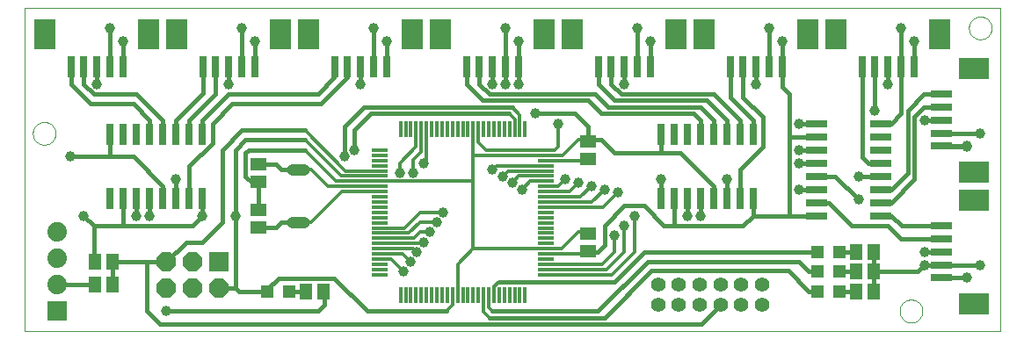
<source format=gtl>
G75*
%MOIN*%
%OFA0B0*%
%FSLAX24Y24*%
%IPPOS*%
%LPD*%
%AMOC8*
5,1,8,0,0,1.08239X$1,22.5*
%
%ADD10C,0.0000*%
%ADD11R,0.0118X0.0591*%
%ADD12R,0.0591X0.0118*%
%ADD13R,0.0512X0.0591*%
%ADD14C,0.0440*%
%ADD15R,0.0591X0.0512*%
%ADD16R,0.0740X0.0740*%
%ADD17C,0.0740*%
%ADD18R,0.0315X0.0787*%
%ADD19R,0.0827X0.1181*%
%ADD20R,0.0787X0.0315*%
%ADD21R,0.1181X0.0827*%
%ADD22R,0.0800X0.0260*%
%ADD23R,0.0260X0.0800*%
%ADD24R,0.0472X0.0472*%
%ADD25OC8,0.0740*%
%ADD26C,0.0554*%
%ADD27C,0.0160*%
%ADD28C,0.0396*%
%ADD29C,0.0120*%
D10*
X000224Y000425D02*
X000224Y012675D01*
X037224Y012675D01*
X037224Y000425D01*
X000224Y000425D01*
X000541Y007925D02*
X000543Y007966D01*
X000549Y008007D01*
X000559Y008047D01*
X000572Y008086D01*
X000589Y008123D01*
X000610Y008159D01*
X000634Y008193D01*
X000661Y008224D01*
X000690Y008252D01*
X000723Y008278D01*
X000757Y008300D01*
X000794Y008319D01*
X000832Y008334D01*
X000872Y008346D01*
X000912Y008354D01*
X000953Y008358D01*
X000995Y008358D01*
X001036Y008354D01*
X001076Y008346D01*
X001116Y008334D01*
X001154Y008319D01*
X001190Y008300D01*
X001225Y008278D01*
X001258Y008252D01*
X001287Y008224D01*
X001314Y008193D01*
X001338Y008159D01*
X001359Y008123D01*
X001376Y008086D01*
X001389Y008047D01*
X001399Y008007D01*
X001405Y007966D01*
X001407Y007925D01*
X001405Y007884D01*
X001399Y007843D01*
X001389Y007803D01*
X001376Y007764D01*
X001359Y007727D01*
X001338Y007691D01*
X001314Y007657D01*
X001287Y007626D01*
X001258Y007598D01*
X001225Y007572D01*
X001191Y007550D01*
X001154Y007531D01*
X001116Y007516D01*
X001076Y007504D01*
X001036Y007496D01*
X000995Y007492D01*
X000953Y007492D01*
X000912Y007496D01*
X000872Y007504D01*
X000832Y007516D01*
X000794Y007531D01*
X000758Y007550D01*
X000723Y007572D01*
X000690Y007598D01*
X000661Y007626D01*
X000634Y007657D01*
X000610Y007691D01*
X000589Y007727D01*
X000572Y007764D01*
X000559Y007803D01*
X000549Y007843D01*
X000543Y007884D01*
X000541Y007925D01*
X033416Y001175D02*
X033418Y001216D01*
X033424Y001257D01*
X033434Y001297D01*
X033447Y001336D01*
X033464Y001373D01*
X033485Y001409D01*
X033509Y001443D01*
X033536Y001474D01*
X033565Y001502D01*
X033598Y001528D01*
X033632Y001550D01*
X033669Y001569D01*
X033707Y001584D01*
X033747Y001596D01*
X033787Y001604D01*
X033828Y001608D01*
X033870Y001608D01*
X033911Y001604D01*
X033951Y001596D01*
X033991Y001584D01*
X034029Y001569D01*
X034065Y001550D01*
X034100Y001528D01*
X034133Y001502D01*
X034162Y001474D01*
X034189Y001443D01*
X034213Y001409D01*
X034234Y001373D01*
X034251Y001336D01*
X034264Y001297D01*
X034274Y001257D01*
X034280Y001216D01*
X034282Y001175D01*
X034280Y001134D01*
X034274Y001093D01*
X034264Y001053D01*
X034251Y001014D01*
X034234Y000977D01*
X034213Y000941D01*
X034189Y000907D01*
X034162Y000876D01*
X034133Y000848D01*
X034100Y000822D01*
X034066Y000800D01*
X034029Y000781D01*
X033991Y000766D01*
X033951Y000754D01*
X033911Y000746D01*
X033870Y000742D01*
X033828Y000742D01*
X033787Y000746D01*
X033747Y000754D01*
X033707Y000766D01*
X033669Y000781D01*
X033633Y000800D01*
X033598Y000822D01*
X033565Y000848D01*
X033536Y000876D01*
X033509Y000907D01*
X033485Y000941D01*
X033464Y000977D01*
X033447Y001014D01*
X033434Y001053D01*
X033424Y001093D01*
X033418Y001134D01*
X033416Y001175D01*
X036041Y011925D02*
X036043Y011966D01*
X036049Y012007D01*
X036059Y012047D01*
X036072Y012086D01*
X036089Y012123D01*
X036110Y012159D01*
X036134Y012193D01*
X036161Y012224D01*
X036190Y012252D01*
X036223Y012278D01*
X036257Y012300D01*
X036294Y012319D01*
X036332Y012334D01*
X036372Y012346D01*
X036412Y012354D01*
X036453Y012358D01*
X036495Y012358D01*
X036536Y012354D01*
X036576Y012346D01*
X036616Y012334D01*
X036654Y012319D01*
X036690Y012300D01*
X036725Y012278D01*
X036758Y012252D01*
X036787Y012224D01*
X036814Y012193D01*
X036838Y012159D01*
X036859Y012123D01*
X036876Y012086D01*
X036889Y012047D01*
X036899Y012007D01*
X036905Y011966D01*
X036907Y011925D01*
X036905Y011884D01*
X036899Y011843D01*
X036889Y011803D01*
X036876Y011764D01*
X036859Y011727D01*
X036838Y011691D01*
X036814Y011657D01*
X036787Y011626D01*
X036758Y011598D01*
X036725Y011572D01*
X036691Y011550D01*
X036654Y011531D01*
X036616Y011516D01*
X036576Y011504D01*
X036536Y011496D01*
X036495Y011492D01*
X036453Y011492D01*
X036412Y011496D01*
X036372Y011504D01*
X036332Y011516D01*
X036294Y011531D01*
X036258Y011550D01*
X036223Y011572D01*
X036190Y011598D01*
X036161Y011626D01*
X036134Y011657D01*
X036110Y011691D01*
X036089Y011727D01*
X036072Y011764D01*
X036059Y011803D01*
X036049Y011843D01*
X036043Y011884D01*
X036041Y011925D01*
D11*
X019211Y008075D03*
X019014Y008075D03*
X018818Y008075D03*
X018621Y008075D03*
X018424Y008075D03*
X018227Y008075D03*
X018030Y008075D03*
X017833Y008075D03*
X017636Y008075D03*
X017440Y008075D03*
X017243Y008075D03*
X017046Y008075D03*
X016849Y008075D03*
X016652Y008075D03*
X016455Y008075D03*
X016258Y008075D03*
X016062Y008075D03*
X015865Y008075D03*
X015668Y008075D03*
X015471Y008075D03*
X015274Y008075D03*
X015077Y008075D03*
X014881Y008075D03*
X014684Y008075D03*
X014487Y008075D03*
X014487Y001775D03*
X014684Y001775D03*
X014881Y001775D03*
X015077Y001775D03*
X015274Y001775D03*
X015471Y001775D03*
X015668Y001775D03*
X015865Y001775D03*
X016062Y001775D03*
X016258Y001775D03*
X016455Y001775D03*
X016652Y001775D03*
X016849Y001775D03*
X017046Y001775D03*
X017243Y001775D03*
X017440Y001775D03*
X017636Y001775D03*
X017833Y001775D03*
X018030Y001775D03*
X018227Y001775D03*
X018424Y001775D03*
X018621Y001775D03*
X018818Y001775D03*
X019014Y001775D03*
X019211Y001775D03*
D12*
X019999Y002563D03*
X019999Y002760D03*
X019999Y002956D03*
X019999Y003153D03*
X019999Y003350D03*
X019999Y003547D03*
X019999Y003744D03*
X019999Y003941D03*
X019999Y004138D03*
X019999Y004334D03*
X019999Y004531D03*
X019999Y004728D03*
X019999Y004925D03*
X019999Y005122D03*
X019999Y005319D03*
X019999Y005516D03*
X019999Y005712D03*
X019999Y005909D03*
X019999Y006106D03*
X019999Y006303D03*
X019999Y006500D03*
X019999Y006697D03*
X019999Y006894D03*
X019999Y007090D03*
X019999Y007287D03*
X013699Y007287D03*
X013699Y007090D03*
X013699Y006894D03*
X013699Y006697D03*
X013699Y006500D03*
X013699Y006303D03*
X013699Y006106D03*
X013699Y005909D03*
X013699Y005712D03*
X013699Y005516D03*
X013699Y005319D03*
X013699Y005122D03*
X013699Y004925D03*
X013699Y004728D03*
X013699Y004531D03*
X013699Y004334D03*
X013699Y004138D03*
X013699Y003941D03*
X013699Y003744D03*
X013699Y003547D03*
X013699Y003350D03*
X013699Y003153D03*
X013699Y002956D03*
X013699Y002760D03*
X013699Y002563D03*
D13*
X011559Y001925D03*
X010889Y001925D03*
X003559Y002175D03*
X002889Y002175D03*
X002889Y003050D03*
X003559Y003050D03*
X031764Y002675D03*
X032434Y002675D03*
X032434Y001925D03*
X031764Y001925D03*
X031764Y003425D03*
X032434Y003425D03*
D14*
X010819Y004550D02*
X010379Y004550D01*
X010379Y006550D02*
X010819Y006550D01*
D15*
X009099Y006760D03*
X009099Y006090D03*
X009099Y005010D03*
X009099Y004340D03*
X021599Y004135D03*
X021599Y003465D03*
X021599Y006965D03*
X021599Y007635D03*
D16*
X007599Y003050D03*
X001474Y001175D03*
D17*
X001474Y002175D03*
X001474Y003175D03*
X001474Y004175D03*
D18*
X001990Y010441D03*
X002482Y010441D03*
X002974Y010441D03*
X003466Y010441D03*
X003958Y010441D03*
X006990Y010441D03*
X007482Y010441D03*
X007974Y010441D03*
X008466Y010441D03*
X008958Y010441D03*
X011990Y010441D03*
X012482Y010441D03*
X012974Y010441D03*
X013466Y010441D03*
X013958Y010441D03*
X016990Y010441D03*
X017482Y010441D03*
X017974Y010441D03*
X018466Y010441D03*
X018958Y010441D03*
X021990Y010441D03*
X022482Y010441D03*
X022974Y010441D03*
X023466Y010441D03*
X023958Y010441D03*
X026990Y010441D03*
X027482Y010441D03*
X027974Y010441D03*
X028466Y010441D03*
X028958Y010441D03*
X031990Y010441D03*
X032482Y010441D03*
X032974Y010441D03*
X033466Y010441D03*
X033958Y010441D03*
D19*
X034943Y011671D03*
X031006Y011671D03*
X029943Y011671D03*
X026006Y011671D03*
X024943Y011671D03*
X021006Y011671D03*
X019943Y011671D03*
X016006Y011671D03*
X014943Y011671D03*
X011006Y011671D03*
X009943Y011671D03*
X006006Y011671D03*
X004943Y011671D03*
X001006Y011671D03*
D20*
X034990Y009409D03*
X034990Y008917D03*
X034990Y008425D03*
X034990Y007933D03*
X034990Y007441D03*
X034990Y004409D03*
X034990Y003917D03*
X034990Y003425D03*
X034990Y002933D03*
X034990Y002441D03*
D21*
X036220Y001456D03*
X036220Y005394D03*
X036220Y006456D03*
X036220Y010394D03*
D22*
X032684Y008300D03*
X032684Y007800D03*
X032684Y007300D03*
X032684Y006800D03*
X032684Y006300D03*
X032684Y005800D03*
X032684Y005300D03*
X032684Y004800D03*
X030264Y004800D03*
X030264Y005300D03*
X030264Y005800D03*
X030264Y006300D03*
X030264Y006800D03*
X030264Y007300D03*
X030264Y007800D03*
X030264Y008300D03*
D23*
X027849Y007885D03*
X027349Y007885D03*
X026849Y007885D03*
X026349Y007885D03*
X025849Y007885D03*
X025349Y007885D03*
X024849Y007885D03*
X024349Y007885D03*
X024349Y005465D03*
X024849Y005465D03*
X025349Y005465D03*
X025849Y005465D03*
X026349Y005465D03*
X026849Y005465D03*
X027349Y005465D03*
X027849Y005465D03*
X006974Y005465D03*
X006474Y005465D03*
X005974Y005465D03*
X005474Y005465D03*
X004974Y005465D03*
X004474Y005465D03*
X003974Y005465D03*
X003474Y005465D03*
X003474Y007885D03*
X003974Y007885D03*
X004474Y007885D03*
X004974Y007885D03*
X005474Y007885D03*
X005974Y007885D03*
X006474Y007885D03*
X006974Y007885D03*
D24*
X009436Y001925D03*
X010262Y001925D03*
X030311Y001925D03*
X031137Y001925D03*
X031137Y002675D03*
X030311Y002675D03*
X030311Y003425D03*
X031137Y003425D03*
D25*
X007599Y002050D03*
X006599Y002050D03*
X005599Y002050D03*
X005599Y003050D03*
X006599Y003050D03*
D26*
X024256Y002194D03*
X025043Y002194D03*
X025830Y002194D03*
X026618Y002194D03*
X027405Y002194D03*
X028193Y002194D03*
X028193Y001406D03*
X027405Y001406D03*
X026618Y001406D03*
X025830Y001406D03*
X025043Y001406D03*
X024256Y001406D03*
D27*
X024012Y002713D02*
X022224Y000925D01*
X017849Y000925D01*
X017974Y001175D02*
X021974Y001175D01*
X023849Y003050D01*
X029599Y003050D01*
X029974Y002675D01*
X030311Y002675D01*
X031137Y002675D02*
X031764Y002675D01*
X032434Y002675D02*
X034099Y002675D01*
X034349Y002925D01*
X034982Y002925D01*
X034990Y002933D01*
X036474Y002933D01*
X035974Y002441D02*
X034990Y002441D01*
X034990Y003425D02*
X034349Y003425D01*
X034990Y003917D02*
X033482Y003917D01*
X032974Y004425D01*
X031599Y004425D01*
X030724Y005300D01*
X030264Y005300D01*
X030264Y004800D02*
X029224Y004800D01*
X029224Y007800D01*
X029224Y009425D01*
X028958Y009691D01*
X028958Y010441D01*
X028974Y010441D01*
X028974Y011425D01*
X028474Y011925D02*
X028474Y010441D01*
X028466Y010441D01*
X027974Y010441D02*
X027974Y009800D01*
X027482Y009292D02*
X028224Y008550D01*
X028224Y007425D01*
X028232Y007433D01*
X028224Y007425D02*
X027349Y006550D01*
X027349Y005465D01*
X027849Y005465D02*
X027849Y004800D01*
X027474Y004425D01*
X024849Y004425D01*
X024474Y004425D01*
X023724Y005175D01*
X022974Y005175D01*
X022224Y004425D01*
X022224Y003675D01*
X021974Y003425D01*
X021639Y003425D01*
X021599Y003465D01*
X022599Y002300D02*
X023724Y003425D01*
X030311Y003425D01*
X031137Y003425D02*
X031764Y003425D01*
X032434Y003425D02*
X032434Y002675D01*
X032434Y001925D01*
X031764Y001925D02*
X031137Y001925D01*
X030311Y001925D02*
X029974Y001925D01*
X029186Y002713D01*
X024012Y002713D01*
X022599Y002300D02*
X018224Y002300D01*
X016224Y001175D02*
X013224Y001175D01*
X011974Y002425D01*
X009849Y002425D01*
X009436Y002012D01*
X009436Y001925D01*
X008349Y001925D01*
X008224Y002050D01*
X008224Y004800D01*
X008224Y007300D01*
X008599Y007675D01*
X010849Y007675D01*
X010849Y007300D02*
X008724Y007300D01*
X008599Y007175D01*
X008599Y006300D01*
X008849Y006050D01*
X009099Y006050D01*
X009099Y005010D01*
X009764Y004340D02*
X009974Y004550D01*
X010599Y004550D01*
X009764Y004340D02*
X009099Y004340D01*
X007724Y004550D02*
X006974Y003800D01*
X006349Y003800D01*
X005599Y003050D01*
X004849Y003050D01*
X004849Y001175D01*
X005349Y000675D01*
X025886Y000675D01*
X026618Y001406D01*
X024849Y004425D02*
X024849Y005465D01*
X024849Y005675D01*
X024349Y005465D02*
X024349Y006175D01*
X025099Y007175D02*
X026349Y005925D01*
X026349Y005465D01*
X025849Y005465D02*
X025849Y004800D01*
X025349Y004800D02*
X025349Y005465D01*
X026849Y005465D02*
X026849Y006175D01*
X025099Y007175D02*
X024349Y007175D01*
X022599Y007175D01*
X022099Y007675D01*
X021639Y007675D01*
X021599Y007635D01*
X021599Y008175D01*
X021099Y008675D01*
X019599Y008675D01*
X018724Y008925D02*
X013099Y008925D01*
X012349Y008175D01*
X012349Y007050D01*
X012724Y007300D02*
X012724Y008050D01*
X013349Y008675D01*
X018599Y008675D01*
X017599Y009175D02*
X021599Y009175D01*
X022099Y008675D01*
X025599Y008675D01*
X025849Y008425D01*
X025849Y007885D01*
X026349Y007885D02*
X026349Y008425D01*
X025849Y008925D01*
X022349Y008925D01*
X021849Y009425D01*
X017849Y009425D01*
X017482Y009792D01*
X017482Y010441D01*
X016990Y010441D02*
X016990Y009784D01*
X017599Y009175D01*
X017974Y009800D02*
X017974Y010441D01*
X018466Y010441D02*
X018466Y009808D01*
X018474Y009800D01*
X018958Y009816D02*
X018974Y009800D01*
X018958Y009816D02*
X018958Y010441D01*
X018974Y010441D01*
X018974Y011425D01*
X018466Y011925D02*
X018466Y010441D01*
X021990Y010441D02*
X021990Y009784D01*
X022599Y009175D01*
X026099Y009175D01*
X026849Y008425D01*
X026849Y007885D01*
X027349Y007885D02*
X027349Y008425D01*
X026349Y009425D01*
X022849Y009425D01*
X022482Y009792D01*
X022482Y010441D01*
X022974Y010441D02*
X022974Y009800D01*
X023466Y010441D02*
X023474Y010441D01*
X023474Y011925D01*
X023466Y011925D01*
X023466Y010441D01*
X023958Y010441D02*
X023958Y011425D01*
X026990Y010441D02*
X026990Y009284D01*
X027849Y008425D01*
X027849Y007885D01*
X029224Y007800D02*
X030264Y007800D01*
X030264Y008300D02*
X029599Y008300D01*
X029599Y007300D02*
X030264Y007300D01*
X030264Y006800D02*
X029599Y006800D01*
X030264Y006300D02*
X030974Y006300D01*
X031849Y005425D01*
X032684Y005300D02*
X033099Y005300D01*
X033974Y006175D01*
X033974Y008550D01*
X034341Y008917D01*
X034990Y008917D01*
X034333Y009409D02*
X033724Y008800D01*
X033724Y006425D01*
X033099Y005800D01*
X032684Y005800D01*
X032684Y006300D02*
X031849Y006300D01*
X032224Y006800D02*
X031990Y007034D01*
X031990Y010441D01*
X032474Y010441D02*
X032474Y008800D01*
X033099Y008300D02*
X033474Y008675D01*
X033474Y010433D01*
X033466Y010441D01*
X033466Y011925D01*
X033958Y011425D02*
X033958Y010441D01*
X032974Y010441D02*
X032974Y009800D01*
X034333Y009409D02*
X034990Y009409D01*
X034990Y008425D02*
X034349Y008425D01*
X034990Y007933D02*
X036466Y007933D01*
X036474Y007925D01*
X036474Y007933D02*
X034990Y007933D01*
X034990Y007441D02*
X034990Y007425D01*
X035974Y007425D01*
X035974Y007441D02*
X034990Y007441D01*
X033099Y008300D02*
X032684Y008300D01*
X032684Y006800D02*
X032224Y006800D01*
X030264Y005800D02*
X029599Y005800D01*
X029224Y004800D02*
X027849Y004800D01*
X032684Y004800D02*
X033099Y004800D01*
X033490Y004409D01*
X034990Y004409D01*
X024349Y007175D02*
X024349Y007885D01*
X021599Y006965D02*
X021546Y006894D01*
X027482Y009292D02*
X027482Y010441D01*
X032474Y010441D02*
X032482Y010441D01*
X013958Y010441D02*
X013958Y011425D01*
X013466Y011925D02*
X013466Y010441D01*
X012974Y010441D02*
X012974Y009800D01*
X012482Y010058D02*
X012482Y010441D01*
X011990Y010441D02*
X011974Y010425D01*
X011974Y010050D01*
X011349Y009425D01*
X007974Y009425D01*
X006974Y008425D01*
X006974Y007885D01*
X006474Y007885D02*
X006474Y008425D01*
X007474Y009425D01*
X007474Y010433D01*
X007482Y010441D01*
X007974Y010441D02*
X007974Y009800D01*
X006990Y009441D02*
X006990Y010441D01*
X008466Y010441D02*
X008466Y011925D01*
X008958Y011425D02*
X008958Y010441D01*
X006990Y009441D02*
X005974Y008425D01*
X005974Y007885D01*
X005474Y007885D02*
X005474Y008425D01*
X004474Y009425D01*
X002849Y009425D01*
X002482Y009792D01*
X002482Y010441D01*
X002974Y010441D02*
X002974Y009800D01*
X002724Y009050D02*
X001990Y009784D01*
X001990Y010441D01*
X003466Y010441D02*
X003466Y011917D01*
X003474Y011925D01*
X003474Y010441D01*
X003466Y010441D01*
X003958Y010441D02*
X003958Y011409D01*
X003974Y011425D01*
X003974Y010441D01*
X003958Y010441D01*
X004349Y009050D02*
X002724Y009050D01*
X004349Y009050D02*
X004974Y008425D01*
X004974Y007885D01*
X003474Y007885D02*
X003474Y007050D01*
X004349Y007050D01*
X005474Y005925D01*
X005474Y005465D01*
X004974Y005465D02*
X004974Y004800D01*
X004474Y004800D02*
X004474Y005465D01*
X003974Y005465D02*
X003974Y004425D01*
X006599Y004425D01*
X006974Y004800D01*
X006974Y005465D01*
X006474Y005465D02*
X006474Y006675D01*
X007349Y007550D01*
X007349Y008300D01*
X008099Y009050D01*
X011474Y009050D01*
X012482Y010058D01*
X010849Y008050D02*
X008474Y008050D01*
X007724Y007300D01*
X007724Y004550D01*
X005974Y005465D02*
X005974Y006175D01*
X003474Y007050D02*
X001974Y007050D01*
X002474Y004800D02*
X002849Y004425D01*
X002849Y003090D01*
X002889Y003050D01*
X003559Y003050D02*
X004849Y003050D01*
X003559Y003050D02*
X003559Y002175D01*
X002889Y002175D02*
X001474Y002175D01*
X005599Y001175D02*
X011349Y001175D01*
X011599Y001425D01*
X011599Y001885D01*
X011559Y001925D01*
X010889Y001925D02*
X010262Y001925D01*
X008224Y002050D02*
X007599Y002050D01*
X003974Y004425D02*
X002849Y004425D01*
X009099Y006050D02*
X009099Y006090D01*
X009764Y006760D02*
X009974Y006550D01*
X010599Y006550D01*
X009764Y006760D02*
X009099Y006760D01*
D28*
X005974Y006175D03*
X004974Y004800D03*
X004474Y004800D03*
X002474Y004800D03*
X006974Y004800D03*
X008224Y004800D03*
X014474Y006425D03*
X014974Y006425D03*
X015349Y006800D03*
X017974Y006550D03*
X018349Y006300D03*
X018724Y006050D03*
X019099Y005800D03*
X020724Y006175D03*
X021224Y006050D03*
X021724Y005925D03*
X022224Y005800D03*
X022724Y005675D03*
X024349Y006175D03*
X026849Y006175D03*
X029599Y005800D03*
X031849Y005425D03*
X031849Y006300D03*
X029599Y006800D03*
X029599Y007300D03*
X029599Y008300D03*
X032474Y008800D03*
X034349Y008425D03*
X036474Y007933D03*
X036474Y007925D03*
X035974Y007441D03*
X035974Y007425D03*
X032974Y009800D03*
X033958Y011425D03*
X033466Y011925D03*
X028974Y011425D03*
X028474Y011925D03*
X023958Y011425D03*
X023474Y011925D03*
X023466Y011925D03*
X018974Y011425D03*
X018466Y011925D03*
X013958Y011425D03*
X013466Y011925D03*
X008958Y011425D03*
X008466Y011925D03*
X003974Y011425D03*
X003474Y011925D03*
X002974Y009800D03*
X007974Y009800D03*
X012974Y009800D03*
X017974Y009800D03*
X018474Y009800D03*
X018974Y009800D03*
X019599Y008675D03*
X020474Y008300D03*
X022974Y009800D03*
X027974Y009800D03*
X016099Y004925D03*
X015849Y004550D03*
X015599Y004175D03*
X015349Y003800D03*
X015099Y003425D03*
X014849Y003050D03*
X014599Y002675D03*
X022599Y004050D03*
X022974Y004425D03*
X023349Y004800D03*
X025349Y004800D03*
X025849Y004800D03*
X034349Y003425D03*
X034349Y002925D03*
X035974Y002441D03*
X036474Y002933D03*
X012724Y007300D03*
X012349Y007050D03*
X001974Y007050D03*
X005599Y001175D03*
D29*
X013699Y003153D02*
X014121Y003153D01*
X014599Y002675D01*
X014849Y003050D02*
X014549Y003350D01*
X013699Y003350D01*
X013699Y003547D02*
X014977Y003547D01*
X015099Y003425D01*
X015293Y003744D02*
X015349Y003800D01*
X015293Y003744D02*
X013699Y003744D01*
X013699Y003941D02*
X014990Y003941D01*
X015224Y004175D01*
X015599Y004175D01*
X015224Y004550D02*
X014812Y004138D01*
X013699Y004138D01*
X013699Y004334D02*
X014633Y004334D01*
X015224Y004925D01*
X016099Y004925D01*
X015849Y004550D02*
X015224Y004550D01*
X016652Y002956D02*
X017243Y003547D01*
X017243Y006106D01*
X013699Y006106D01*
X012043Y006106D01*
X010849Y007300D01*
X010849Y007675D02*
X012221Y006303D01*
X013699Y006303D01*
X013699Y006500D02*
X012399Y006500D01*
X010849Y008050D01*
X014474Y006800D02*
X014474Y006425D01*
X014974Y006425D02*
X014974Y006925D01*
X015274Y007225D01*
X015274Y008075D01*
X015077Y008075D02*
X015077Y007403D01*
X014474Y006800D01*
X015349Y006800D02*
X015471Y006922D01*
X015471Y008075D01*
X017243Y008075D02*
X017243Y007090D01*
X017243Y006106D01*
X018349Y006300D02*
X018549Y006500D01*
X019999Y006500D01*
X019999Y006303D02*
X018977Y006303D01*
X018724Y006050D01*
X019099Y005800D02*
X019405Y006106D01*
X019999Y006106D01*
X019999Y005909D02*
X020458Y005909D01*
X020724Y006175D01*
X020886Y005712D02*
X021224Y006050D01*
X021724Y005925D02*
X021315Y005516D01*
X019999Y005516D01*
X019999Y005712D02*
X020886Y005712D01*
X021743Y005319D02*
X019999Y005319D01*
X019999Y005122D02*
X022171Y005122D01*
X022724Y005675D01*
X022224Y005800D02*
X021743Y005319D01*
X023349Y004800D02*
X023349Y003425D01*
X022487Y002563D01*
X019999Y002563D01*
X019999Y002760D02*
X022309Y002760D01*
X022974Y003425D01*
X022974Y004425D01*
X022599Y004050D02*
X022599Y003425D01*
X022131Y002956D01*
X019999Y002956D01*
X019999Y003350D02*
X021484Y003350D01*
X021599Y003465D01*
X021224Y004175D02*
X020596Y003547D01*
X019999Y003547D01*
X017243Y003547D01*
X016652Y002956D02*
X016652Y001775D01*
X016455Y001775D02*
X016455Y001406D01*
X016224Y001175D01*
X017636Y001138D02*
X017636Y001775D01*
X017833Y001775D02*
X017833Y001316D01*
X017974Y001175D01*
X017849Y000925D02*
X017636Y001138D01*
X018030Y001775D02*
X018030Y002106D01*
X018224Y002300D01*
X021224Y004175D02*
X021559Y004175D01*
X021599Y004135D01*
X018121Y006697D02*
X017974Y006550D01*
X018121Y006697D02*
X019999Y006697D01*
X019999Y006894D02*
X021527Y006894D01*
X021599Y006965D01*
X021224Y007675D02*
X020639Y007090D01*
X019999Y007090D01*
X017243Y007090D01*
X017440Y007584D02*
X017737Y007287D01*
X019999Y007287D01*
X020336Y007287D01*
X020474Y007425D01*
X020474Y008300D01*
X021224Y007675D02*
X021559Y007675D01*
X021599Y007635D01*
X019014Y008075D02*
X019014Y008635D01*
X018724Y008925D01*
X018599Y008675D02*
X018818Y008456D01*
X018818Y008075D01*
X017440Y008075D02*
X017440Y007584D01*
X013699Y005909D02*
X011740Y005909D01*
X011099Y006550D01*
X010599Y006550D01*
X012261Y005712D02*
X011099Y004550D01*
X010599Y004550D01*
X012261Y005712D02*
X013699Y005712D01*
M02*

</source>
